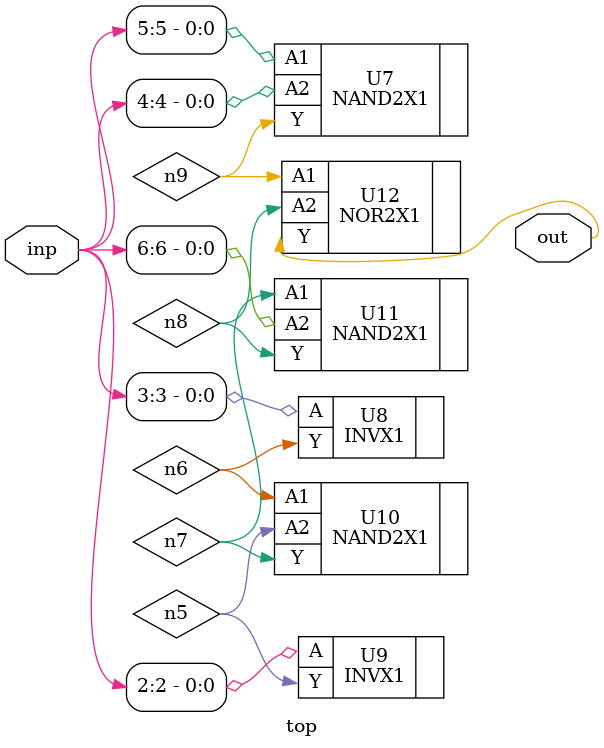
<source format=sv>


module top ( inp, out );
  input [6:0] inp;
  output out;
  wire   n5, n6, n7, n8, n9;

  NAND2X1 U7 ( .A1(inp[5]), .A2(inp[4]), .Y(n9) );
  INVX1 U8 ( .A(inp[3]), .Y(n6) );
  INVX1 U9 ( .A(inp[2]), .Y(n5) );
  NAND2X1 U10 ( .A1(n6), .A2(n5), .Y(n7) );
  NAND2X1 U11 ( .A1(n7), .A2(inp[6]), .Y(n8) );
  NOR2X1 U12 ( .A1(n9), .A2(n8), .Y(out) );
endmodule


</source>
